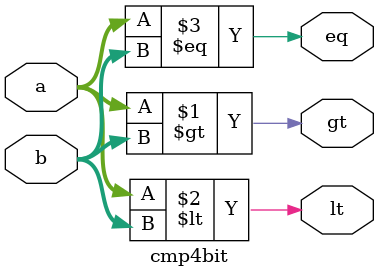
<source format=v>
`timescale 1ns/1ps


module cmp4bit(a,b,gt,eq,lt);
input [3:0] a,b;
output gt,eq,lt;
assign gt = (a > b);
assign lt = (a < b);
assign eq = (a == b);

endmodule

</source>
